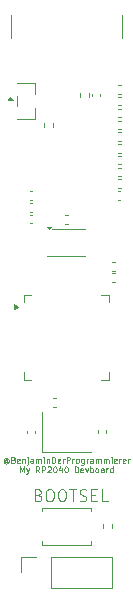
<source format=gbr>
%TF.GenerationSoftware,KiCad,Pcbnew,9.0.6*%
%TF.CreationDate,2025-11-29T15:25:02+01:00*%
%TF.ProjectId,rp2040-dev-board,72703230-3430-42d6-9465-762d626f6172,rev?*%
%TF.SameCoordinates,Original*%
%TF.FileFunction,Legend,Top*%
%TF.FilePolarity,Positive*%
%FSLAX46Y46*%
G04 Gerber Fmt 4.6, Leading zero omitted, Abs format (unit mm)*
G04 Created by KiCad (PCBNEW 9.0.6) date 2025-11-29 15:25:02*
%MOMM*%
%LPD*%
G01*
G04 APERTURE LIST*
%ADD10C,0.062500*%
%ADD11C,0.100000*%
%ADD12C,0.120000*%
G04 APERTURE END LIST*
D10*
X126011905Y-101392492D02*
X125988095Y-101368682D01*
X125988095Y-101368682D02*
X125940476Y-101344873D01*
X125940476Y-101344873D02*
X125892857Y-101344873D01*
X125892857Y-101344873D02*
X125845238Y-101368682D01*
X125845238Y-101368682D02*
X125821429Y-101392492D01*
X125821429Y-101392492D02*
X125797619Y-101440111D01*
X125797619Y-101440111D02*
X125797619Y-101487730D01*
X125797619Y-101487730D02*
X125821429Y-101535349D01*
X125821429Y-101535349D02*
X125845238Y-101559158D01*
X125845238Y-101559158D02*
X125892857Y-101582968D01*
X125892857Y-101582968D02*
X125940476Y-101582968D01*
X125940476Y-101582968D02*
X125988095Y-101559158D01*
X125988095Y-101559158D02*
X126011905Y-101535349D01*
X126011905Y-101344873D02*
X126011905Y-101535349D01*
X126011905Y-101535349D02*
X126035714Y-101559158D01*
X126035714Y-101559158D02*
X126059524Y-101559158D01*
X126059524Y-101559158D02*
X126107143Y-101535349D01*
X126107143Y-101535349D02*
X126130953Y-101487730D01*
X126130953Y-101487730D02*
X126130953Y-101368682D01*
X126130953Y-101368682D02*
X126083334Y-101297254D01*
X126083334Y-101297254D02*
X126011905Y-101249635D01*
X126011905Y-101249635D02*
X125916667Y-101225825D01*
X125916667Y-101225825D02*
X125821429Y-101249635D01*
X125821429Y-101249635D02*
X125750000Y-101297254D01*
X125750000Y-101297254D02*
X125702381Y-101368682D01*
X125702381Y-101368682D02*
X125678572Y-101463920D01*
X125678572Y-101463920D02*
X125702381Y-101559158D01*
X125702381Y-101559158D02*
X125750000Y-101630587D01*
X125750000Y-101630587D02*
X125821429Y-101678206D01*
X125821429Y-101678206D02*
X125916667Y-101702016D01*
X125916667Y-101702016D02*
X126011905Y-101678206D01*
X126011905Y-101678206D02*
X126083334Y-101630587D01*
X126511905Y-101368682D02*
X126583333Y-101392492D01*
X126583333Y-101392492D02*
X126607143Y-101416301D01*
X126607143Y-101416301D02*
X126630952Y-101463920D01*
X126630952Y-101463920D02*
X126630952Y-101535349D01*
X126630952Y-101535349D02*
X126607143Y-101582968D01*
X126607143Y-101582968D02*
X126583333Y-101606778D01*
X126583333Y-101606778D02*
X126535714Y-101630587D01*
X126535714Y-101630587D02*
X126345238Y-101630587D01*
X126345238Y-101630587D02*
X126345238Y-101130587D01*
X126345238Y-101130587D02*
X126511905Y-101130587D01*
X126511905Y-101130587D02*
X126559524Y-101154397D01*
X126559524Y-101154397D02*
X126583333Y-101178206D01*
X126583333Y-101178206D02*
X126607143Y-101225825D01*
X126607143Y-101225825D02*
X126607143Y-101273444D01*
X126607143Y-101273444D02*
X126583333Y-101321063D01*
X126583333Y-101321063D02*
X126559524Y-101344873D01*
X126559524Y-101344873D02*
X126511905Y-101368682D01*
X126511905Y-101368682D02*
X126345238Y-101368682D01*
X127035714Y-101606778D02*
X126988095Y-101630587D01*
X126988095Y-101630587D02*
X126892857Y-101630587D01*
X126892857Y-101630587D02*
X126845238Y-101606778D01*
X126845238Y-101606778D02*
X126821429Y-101559158D01*
X126821429Y-101559158D02*
X126821429Y-101368682D01*
X126821429Y-101368682D02*
X126845238Y-101321063D01*
X126845238Y-101321063D02*
X126892857Y-101297254D01*
X126892857Y-101297254D02*
X126988095Y-101297254D01*
X126988095Y-101297254D02*
X127035714Y-101321063D01*
X127035714Y-101321063D02*
X127059524Y-101368682D01*
X127059524Y-101368682D02*
X127059524Y-101416301D01*
X127059524Y-101416301D02*
X126821429Y-101463920D01*
X127273809Y-101297254D02*
X127273809Y-101630587D01*
X127273809Y-101344873D02*
X127297619Y-101321063D01*
X127297619Y-101321063D02*
X127345238Y-101297254D01*
X127345238Y-101297254D02*
X127416666Y-101297254D01*
X127416666Y-101297254D02*
X127464285Y-101321063D01*
X127464285Y-101321063D02*
X127488095Y-101368682D01*
X127488095Y-101368682D02*
X127488095Y-101630587D01*
X127726190Y-101297254D02*
X127726190Y-101725825D01*
X127726190Y-101725825D02*
X127702381Y-101773444D01*
X127702381Y-101773444D02*
X127654762Y-101797254D01*
X127654762Y-101797254D02*
X127630952Y-101797254D01*
X127726190Y-101130587D02*
X127702381Y-101154397D01*
X127702381Y-101154397D02*
X127726190Y-101178206D01*
X127726190Y-101178206D02*
X127750000Y-101154397D01*
X127750000Y-101154397D02*
X127726190Y-101130587D01*
X127726190Y-101130587D02*
X127726190Y-101178206D01*
X128178571Y-101630587D02*
X128178571Y-101368682D01*
X128178571Y-101368682D02*
X128154761Y-101321063D01*
X128154761Y-101321063D02*
X128107142Y-101297254D01*
X128107142Y-101297254D02*
X128011904Y-101297254D01*
X128011904Y-101297254D02*
X127964285Y-101321063D01*
X128178571Y-101606778D02*
X128130952Y-101630587D01*
X128130952Y-101630587D02*
X128011904Y-101630587D01*
X128011904Y-101630587D02*
X127964285Y-101606778D01*
X127964285Y-101606778D02*
X127940476Y-101559158D01*
X127940476Y-101559158D02*
X127940476Y-101511539D01*
X127940476Y-101511539D02*
X127964285Y-101463920D01*
X127964285Y-101463920D02*
X128011904Y-101440111D01*
X128011904Y-101440111D02*
X128130952Y-101440111D01*
X128130952Y-101440111D02*
X128178571Y-101416301D01*
X128416666Y-101630587D02*
X128416666Y-101297254D01*
X128416666Y-101344873D02*
X128440476Y-101321063D01*
X128440476Y-101321063D02*
X128488095Y-101297254D01*
X128488095Y-101297254D02*
X128559523Y-101297254D01*
X128559523Y-101297254D02*
X128607142Y-101321063D01*
X128607142Y-101321063D02*
X128630952Y-101368682D01*
X128630952Y-101368682D02*
X128630952Y-101630587D01*
X128630952Y-101368682D02*
X128654761Y-101321063D01*
X128654761Y-101321063D02*
X128702380Y-101297254D01*
X128702380Y-101297254D02*
X128773809Y-101297254D01*
X128773809Y-101297254D02*
X128821428Y-101321063D01*
X128821428Y-101321063D02*
X128845238Y-101368682D01*
X128845238Y-101368682D02*
X128845238Y-101630587D01*
X129083333Y-101630587D02*
X129083333Y-101297254D01*
X129083333Y-101130587D02*
X129059524Y-101154397D01*
X129059524Y-101154397D02*
X129083333Y-101178206D01*
X129083333Y-101178206D02*
X129107143Y-101154397D01*
X129107143Y-101154397D02*
X129083333Y-101130587D01*
X129083333Y-101130587D02*
X129083333Y-101178206D01*
X129321428Y-101297254D02*
X129321428Y-101630587D01*
X129321428Y-101344873D02*
X129345238Y-101321063D01*
X129345238Y-101321063D02*
X129392857Y-101297254D01*
X129392857Y-101297254D02*
X129464285Y-101297254D01*
X129464285Y-101297254D02*
X129511904Y-101321063D01*
X129511904Y-101321063D02*
X129535714Y-101368682D01*
X129535714Y-101368682D02*
X129535714Y-101630587D01*
X129773809Y-101630587D02*
X129773809Y-101130587D01*
X129773809Y-101130587D02*
X129892857Y-101130587D01*
X129892857Y-101130587D02*
X129964285Y-101154397D01*
X129964285Y-101154397D02*
X130011904Y-101202016D01*
X130011904Y-101202016D02*
X130035714Y-101249635D01*
X130035714Y-101249635D02*
X130059523Y-101344873D01*
X130059523Y-101344873D02*
X130059523Y-101416301D01*
X130059523Y-101416301D02*
X130035714Y-101511539D01*
X130035714Y-101511539D02*
X130011904Y-101559158D01*
X130011904Y-101559158D02*
X129964285Y-101606778D01*
X129964285Y-101606778D02*
X129892857Y-101630587D01*
X129892857Y-101630587D02*
X129773809Y-101630587D01*
X130464285Y-101606778D02*
X130416666Y-101630587D01*
X130416666Y-101630587D02*
X130321428Y-101630587D01*
X130321428Y-101630587D02*
X130273809Y-101606778D01*
X130273809Y-101606778D02*
X130250000Y-101559158D01*
X130250000Y-101559158D02*
X130250000Y-101368682D01*
X130250000Y-101368682D02*
X130273809Y-101321063D01*
X130273809Y-101321063D02*
X130321428Y-101297254D01*
X130321428Y-101297254D02*
X130416666Y-101297254D01*
X130416666Y-101297254D02*
X130464285Y-101321063D01*
X130464285Y-101321063D02*
X130488095Y-101368682D01*
X130488095Y-101368682D02*
X130488095Y-101416301D01*
X130488095Y-101416301D02*
X130250000Y-101463920D01*
X130702380Y-101630587D02*
X130702380Y-101297254D01*
X130702380Y-101392492D02*
X130726190Y-101344873D01*
X130726190Y-101344873D02*
X130749999Y-101321063D01*
X130749999Y-101321063D02*
X130797618Y-101297254D01*
X130797618Y-101297254D02*
X130845237Y-101297254D01*
X131011904Y-101630587D02*
X131011904Y-101130587D01*
X131011904Y-101130587D02*
X131202380Y-101130587D01*
X131202380Y-101130587D02*
X131249999Y-101154397D01*
X131249999Y-101154397D02*
X131273809Y-101178206D01*
X131273809Y-101178206D02*
X131297618Y-101225825D01*
X131297618Y-101225825D02*
X131297618Y-101297254D01*
X131297618Y-101297254D02*
X131273809Y-101344873D01*
X131273809Y-101344873D02*
X131249999Y-101368682D01*
X131249999Y-101368682D02*
X131202380Y-101392492D01*
X131202380Y-101392492D02*
X131011904Y-101392492D01*
X131511904Y-101630587D02*
X131511904Y-101297254D01*
X131511904Y-101392492D02*
X131535714Y-101344873D01*
X131535714Y-101344873D02*
X131559523Y-101321063D01*
X131559523Y-101321063D02*
X131607142Y-101297254D01*
X131607142Y-101297254D02*
X131654761Y-101297254D01*
X131892857Y-101630587D02*
X131845238Y-101606778D01*
X131845238Y-101606778D02*
X131821428Y-101582968D01*
X131821428Y-101582968D02*
X131797619Y-101535349D01*
X131797619Y-101535349D02*
X131797619Y-101392492D01*
X131797619Y-101392492D02*
X131821428Y-101344873D01*
X131821428Y-101344873D02*
X131845238Y-101321063D01*
X131845238Y-101321063D02*
X131892857Y-101297254D01*
X131892857Y-101297254D02*
X131964285Y-101297254D01*
X131964285Y-101297254D02*
X132011904Y-101321063D01*
X132011904Y-101321063D02*
X132035714Y-101344873D01*
X132035714Y-101344873D02*
X132059523Y-101392492D01*
X132059523Y-101392492D02*
X132059523Y-101535349D01*
X132059523Y-101535349D02*
X132035714Y-101582968D01*
X132035714Y-101582968D02*
X132011904Y-101606778D01*
X132011904Y-101606778D02*
X131964285Y-101630587D01*
X131964285Y-101630587D02*
X131892857Y-101630587D01*
X132488095Y-101297254D02*
X132488095Y-101702016D01*
X132488095Y-101702016D02*
X132464285Y-101749635D01*
X132464285Y-101749635D02*
X132440476Y-101773444D01*
X132440476Y-101773444D02*
X132392857Y-101797254D01*
X132392857Y-101797254D02*
X132321428Y-101797254D01*
X132321428Y-101797254D02*
X132273809Y-101773444D01*
X132488095Y-101606778D02*
X132440476Y-101630587D01*
X132440476Y-101630587D02*
X132345238Y-101630587D01*
X132345238Y-101630587D02*
X132297619Y-101606778D01*
X132297619Y-101606778D02*
X132273809Y-101582968D01*
X132273809Y-101582968D02*
X132250000Y-101535349D01*
X132250000Y-101535349D02*
X132250000Y-101392492D01*
X132250000Y-101392492D02*
X132273809Y-101344873D01*
X132273809Y-101344873D02*
X132297619Y-101321063D01*
X132297619Y-101321063D02*
X132345238Y-101297254D01*
X132345238Y-101297254D02*
X132440476Y-101297254D01*
X132440476Y-101297254D02*
X132488095Y-101321063D01*
X132726190Y-101630587D02*
X132726190Y-101297254D01*
X132726190Y-101392492D02*
X132750000Y-101344873D01*
X132750000Y-101344873D02*
X132773809Y-101321063D01*
X132773809Y-101321063D02*
X132821428Y-101297254D01*
X132821428Y-101297254D02*
X132869047Y-101297254D01*
X133250000Y-101630587D02*
X133250000Y-101368682D01*
X133250000Y-101368682D02*
X133226190Y-101321063D01*
X133226190Y-101321063D02*
X133178571Y-101297254D01*
X133178571Y-101297254D02*
X133083333Y-101297254D01*
X133083333Y-101297254D02*
X133035714Y-101321063D01*
X133250000Y-101606778D02*
X133202381Y-101630587D01*
X133202381Y-101630587D02*
X133083333Y-101630587D01*
X133083333Y-101630587D02*
X133035714Y-101606778D01*
X133035714Y-101606778D02*
X133011905Y-101559158D01*
X133011905Y-101559158D02*
X133011905Y-101511539D01*
X133011905Y-101511539D02*
X133035714Y-101463920D01*
X133035714Y-101463920D02*
X133083333Y-101440111D01*
X133083333Y-101440111D02*
X133202381Y-101440111D01*
X133202381Y-101440111D02*
X133250000Y-101416301D01*
X133488095Y-101630587D02*
X133488095Y-101297254D01*
X133488095Y-101344873D02*
X133511905Y-101321063D01*
X133511905Y-101321063D02*
X133559524Y-101297254D01*
X133559524Y-101297254D02*
X133630952Y-101297254D01*
X133630952Y-101297254D02*
X133678571Y-101321063D01*
X133678571Y-101321063D02*
X133702381Y-101368682D01*
X133702381Y-101368682D02*
X133702381Y-101630587D01*
X133702381Y-101368682D02*
X133726190Y-101321063D01*
X133726190Y-101321063D02*
X133773809Y-101297254D01*
X133773809Y-101297254D02*
X133845238Y-101297254D01*
X133845238Y-101297254D02*
X133892857Y-101321063D01*
X133892857Y-101321063D02*
X133916667Y-101368682D01*
X133916667Y-101368682D02*
X133916667Y-101630587D01*
X134154762Y-101630587D02*
X134154762Y-101297254D01*
X134154762Y-101344873D02*
X134178572Y-101321063D01*
X134178572Y-101321063D02*
X134226191Y-101297254D01*
X134226191Y-101297254D02*
X134297619Y-101297254D01*
X134297619Y-101297254D02*
X134345238Y-101321063D01*
X134345238Y-101321063D02*
X134369048Y-101368682D01*
X134369048Y-101368682D02*
X134369048Y-101630587D01*
X134369048Y-101368682D02*
X134392857Y-101321063D01*
X134392857Y-101321063D02*
X134440476Y-101297254D01*
X134440476Y-101297254D02*
X134511905Y-101297254D01*
X134511905Y-101297254D02*
X134559524Y-101321063D01*
X134559524Y-101321063D02*
X134583334Y-101368682D01*
X134583334Y-101368682D02*
X134583334Y-101630587D01*
X134821429Y-101630587D02*
X134821429Y-101297254D01*
X134821429Y-101130587D02*
X134797620Y-101154397D01*
X134797620Y-101154397D02*
X134821429Y-101178206D01*
X134821429Y-101178206D02*
X134845239Y-101154397D01*
X134845239Y-101154397D02*
X134821429Y-101130587D01*
X134821429Y-101130587D02*
X134821429Y-101178206D01*
X135250000Y-101606778D02*
X135202381Y-101630587D01*
X135202381Y-101630587D02*
X135107143Y-101630587D01*
X135107143Y-101630587D02*
X135059524Y-101606778D01*
X135059524Y-101606778D02*
X135035715Y-101559158D01*
X135035715Y-101559158D02*
X135035715Y-101368682D01*
X135035715Y-101368682D02*
X135059524Y-101321063D01*
X135059524Y-101321063D02*
X135107143Y-101297254D01*
X135107143Y-101297254D02*
X135202381Y-101297254D01*
X135202381Y-101297254D02*
X135250000Y-101321063D01*
X135250000Y-101321063D02*
X135273810Y-101368682D01*
X135273810Y-101368682D02*
X135273810Y-101416301D01*
X135273810Y-101416301D02*
X135035715Y-101463920D01*
X135488095Y-101630587D02*
X135488095Y-101297254D01*
X135488095Y-101392492D02*
X135511905Y-101344873D01*
X135511905Y-101344873D02*
X135535714Y-101321063D01*
X135535714Y-101321063D02*
X135583333Y-101297254D01*
X135583333Y-101297254D02*
X135630952Y-101297254D01*
X135988095Y-101606778D02*
X135940476Y-101630587D01*
X135940476Y-101630587D02*
X135845238Y-101630587D01*
X135845238Y-101630587D02*
X135797619Y-101606778D01*
X135797619Y-101606778D02*
X135773810Y-101559158D01*
X135773810Y-101559158D02*
X135773810Y-101368682D01*
X135773810Y-101368682D02*
X135797619Y-101321063D01*
X135797619Y-101321063D02*
X135845238Y-101297254D01*
X135845238Y-101297254D02*
X135940476Y-101297254D01*
X135940476Y-101297254D02*
X135988095Y-101321063D01*
X135988095Y-101321063D02*
X136011905Y-101368682D01*
X136011905Y-101368682D02*
X136011905Y-101416301D01*
X136011905Y-101416301D02*
X135773810Y-101463920D01*
X136226190Y-101630587D02*
X136226190Y-101297254D01*
X136226190Y-101392492D02*
X136250000Y-101344873D01*
X136250000Y-101344873D02*
X136273809Y-101321063D01*
X136273809Y-101321063D02*
X136321428Y-101297254D01*
X136321428Y-101297254D02*
X136369047Y-101297254D01*
X127095239Y-102435559D02*
X127095239Y-101935559D01*
X127095239Y-101935559D02*
X127261906Y-102292702D01*
X127261906Y-102292702D02*
X127428572Y-101935559D01*
X127428572Y-101935559D02*
X127428572Y-102435559D01*
X127619049Y-102102226D02*
X127738097Y-102435559D01*
X127857144Y-102102226D02*
X127738097Y-102435559D01*
X127738097Y-102435559D02*
X127690478Y-102554607D01*
X127690478Y-102554607D02*
X127666668Y-102578416D01*
X127666668Y-102578416D02*
X127619049Y-102602226D01*
X128714286Y-102435559D02*
X128547620Y-102197464D01*
X128428572Y-102435559D02*
X128428572Y-101935559D01*
X128428572Y-101935559D02*
X128619048Y-101935559D01*
X128619048Y-101935559D02*
X128666667Y-101959369D01*
X128666667Y-101959369D02*
X128690477Y-101983178D01*
X128690477Y-101983178D02*
X128714286Y-102030797D01*
X128714286Y-102030797D02*
X128714286Y-102102226D01*
X128714286Y-102102226D02*
X128690477Y-102149845D01*
X128690477Y-102149845D02*
X128666667Y-102173654D01*
X128666667Y-102173654D02*
X128619048Y-102197464D01*
X128619048Y-102197464D02*
X128428572Y-102197464D01*
X128928572Y-102435559D02*
X128928572Y-101935559D01*
X128928572Y-101935559D02*
X129119048Y-101935559D01*
X129119048Y-101935559D02*
X129166667Y-101959369D01*
X129166667Y-101959369D02*
X129190477Y-101983178D01*
X129190477Y-101983178D02*
X129214286Y-102030797D01*
X129214286Y-102030797D02*
X129214286Y-102102226D01*
X129214286Y-102102226D02*
X129190477Y-102149845D01*
X129190477Y-102149845D02*
X129166667Y-102173654D01*
X129166667Y-102173654D02*
X129119048Y-102197464D01*
X129119048Y-102197464D02*
X128928572Y-102197464D01*
X129404763Y-101983178D02*
X129428572Y-101959369D01*
X129428572Y-101959369D02*
X129476191Y-101935559D01*
X129476191Y-101935559D02*
X129595239Y-101935559D01*
X129595239Y-101935559D02*
X129642858Y-101959369D01*
X129642858Y-101959369D02*
X129666667Y-101983178D01*
X129666667Y-101983178D02*
X129690477Y-102030797D01*
X129690477Y-102030797D02*
X129690477Y-102078416D01*
X129690477Y-102078416D02*
X129666667Y-102149845D01*
X129666667Y-102149845D02*
X129380953Y-102435559D01*
X129380953Y-102435559D02*
X129690477Y-102435559D01*
X130000000Y-101935559D02*
X130047619Y-101935559D01*
X130047619Y-101935559D02*
X130095238Y-101959369D01*
X130095238Y-101959369D02*
X130119048Y-101983178D01*
X130119048Y-101983178D02*
X130142857Y-102030797D01*
X130142857Y-102030797D02*
X130166667Y-102126035D01*
X130166667Y-102126035D02*
X130166667Y-102245083D01*
X130166667Y-102245083D02*
X130142857Y-102340321D01*
X130142857Y-102340321D02*
X130119048Y-102387940D01*
X130119048Y-102387940D02*
X130095238Y-102411750D01*
X130095238Y-102411750D02*
X130047619Y-102435559D01*
X130047619Y-102435559D02*
X130000000Y-102435559D01*
X130000000Y-102435559D02*
X129952381Y-102411750D01*
X129952381Y-102411750D02*
X129928572Y-102387940D01*
X129928572Y-102387940D02*
X129904762Y-102340321D01*
X129904762Y-102340321D02*
X129880953Y-102245083D01*
X129880953Y-102245083D02*
X129880953Y-102126035D01*
X129880953Y-102126035D02*
X129904762Y-102030797D01*
X129904762Y-102030797D02*
X129928572Y-101983178D01*
X129928572Y-101983178D02*
X129952381Y-101959369D01*
X129952381Y-101959369D02*
X130000000Y-101935559D01*
X130595238Y-102102226D02*
X130595238Y-102435559D01*
X130476190Y-101911750D02*
X130357143Y-102268892D01*
X130357143Y-102268892D02*
X130666666Y-102268892D01*
X130952380Y-101935559D02*
X130999999Y-101935559D01*
X130999999Y-101935559D02*
X131047618Y-101959369D01*
X131047618Y-101959369D02*
X131071428Y-101983178D01*
X131071428Y-101983178D02*
X131095237Y-102030797D01*
X131095237Y-102030797D02*
X131119047Y-102126035D01*
X131119047Y-102126035D02*
X131119047Y-102245083D01*
X131119047Y-102245083D02*
X131095237Y-102340321D01*
X131095237Y-102340321D02*
X131071428Y-102387940D01*
X131071428Y-102387940D02*
X131047618Y-102411750D01*
X131047618Y-102411750D02*
X130999999Y-102435559D01*
X130999999Y-102435559D02*
X130952380Y-102435559D01*
X130952380Y-102435559D02*
X130904761Y-102411750D01*
X130904761Y-102411750D02*
X130880952Y-102387940D01*
X130880952Y-102387940D02*
X130857142Y-102340321D01*
X130857142Y-102340321D02*
X130833333Y-102245083D01*
X130833333Y-102245083D02*
X130833333Y-102126035D01*
X130833333Y-102126035D02*
X130857142Y-102030797D01*
X130857142Y-102030797D02*
X130880952Y-101983178D01*
X130880952Y-101983178D02*
X130904761Y-101959369D01*
X130904761Y-101959369D02*
X130952380Y-101935559D01*
X131714284Y-102435559D02*
X131714284Y-101935559D01*
X131714284Y-101935559D02*
X131833332Y-101935559D01*
X131833332Y-101935559D02*
X131904760Y-101959369D01*
X131904760Y-101959369D02*
X131952379Y-102006988D01*
X131952379Y-102006988D02*
X131976189Y-102054607D01*
X131976189Y-102054607D02*
X131999998Y-102149845D01*
X131999998Y-102149845D02*
X131999998Y-102221273D01*
X131999998Y-102221273D02*
X131976189Y-102316511D01*
X131976189Y-102316511D02*
X131952379Y-102364130D01*
X131952379Y-102364130D02*
X131904760Y-102411750D01*
X131904760Y-102411750D02*
X131833332Y-102435559D01*
X131833332Y-102435559D02*
X131714284Y-102435559D01*
X132404760Y-102411750D02*
X132357141Y-102435559D01*
X132357141Y-102435559D02*
X132261903Y-102435559D01*
X132261903Y-102435559D02*
X132214284Y-102411750D01*
X132214284Y-102411750D02*
X132190475Y-102364130D01*
X132190475Y-102364130D02*
X132190475Y-102173654D01*
X132190475Y-102173654D02*
X132214284Y-102126035D01*
X132214284Y-102126035D02*
X132261903Y-102102226D01*
X132261903Y-102102226D02*
X132357141Y-102102226D01*
X132357141Y-102102226D02*
X132404760Y-102126035D01*
X132404760Y-102126035D02*
X132428570Y-102173654D01*
X132428570Y-102173654D02*
X132428570Y-102221273D01*
X132428570Y-102221273D02*
X132190475Y-102268892D01*
X132595236Y-102102226D02*
X132714284Y-102435559D01*
X132714284Y-102435559D02*
X132833331Y-102102226D01*
X133023807Y-102435559D02*
X133023807Y-101935559D01*
X133023807Y-102126035D02*
X133071426Y-102102226D01*
X133071426Y-102102226D02*
X133166664Y-102102226D01*
X133166664Y-102102226D02*
X133214283Y-102126035D01*
X133214283Y-102126035D02*
X133238093Y-102149845D01*
X133238093Y-102149845D02*
X133261902Y-102197464D01*
X133261902Y-102197464D02*
X133261902Y-102340321D01*
X133261902Y-102340321D02*
X133238093Y-102387940D01*
X133238093Y-102387940D02*
X133214283Y-102411750D01*
X133214283Y-102411750D02*
X133166664Y-102435559D01*
X133166664Y-102435559D02*
X133071426Y-102435559D01*
X133071426Y-102435559D02*
X133023807Y-102411750D01*
X133547617Y-102435559D02*
X133499998Y-102411750D01*
X133499998Y-102411750D02*
X133476188Y-102387940D01*
X133476188Y-102387940D02*
X133452379Y-102340321D01*
X133452379Y-102340321D02*
X133452379Y-102197464D01*
X133452379Y-102197464D02*
X133476188Y-102149845D01*
X133476188Y-102149845D02*
X133499998Y-102126035D01*
X133499998Y-102126035D02*
X133547617Y-102102226D01*
X133547617Y-102102226D02*
X133619045Y-102102226D01*
X133619045Y-102102226D02*
X133666664Y-102126035D01*
X133666664Y-102126035D02*
X133690474Y-102149845D01*
X133690474Y-102149845D02*
X133714283Y-102197464D01*
X133714283Y-102197464D02*
X133714283Y-102340321D01*
X133714283Y-102340321D02*
X133690474Y-102387940D01*
X133690474Y-102387940D02*
X133666664Y-102411750D01*
X133666664Y-102411750D02*
X133619045Y-102435559D01*
X133619045Y-102435559D02*
X133547617Y-102435559D01*
X134142855Y-102435559D02*
X134142855Y-102173654D01*
X134142855Y-102173654D02*
X134119045Y-102126035D01*
X134119045Y-102126035D02*
X134071426Y-102102226D01*
X134071426Y-102102226D02*
X133976188Y-102102226D01*
X133976188Y-102102226D02*
X133928569Y-102126035D01*
X134142855Y-102411750D02*
X134095236Y-102435559D01*
X134095236Y-102435559D02*
X133976188Y-102435559D01*
X133976188Y-102435559D02*
X133928569Y-102411750D01*
X133928569Y-102411750D02*
X133904760Y-102364130D01*
X133904760Y-102364130D02*
X133904760Y-102316511D01*
X133904760Y-102316511D02*
X133928569Y-102268892D01*
X133928569Y-102268892D02*
X133976188Y-102245083D01*
X133976188Y-102245083D02*
X134095236Y-102245083D01*
X134095236Y-102245083D02*
X134142855Y-102221273D01*
X134380950Y-102435559D02*
X134380950Y-102102226D01*
X134380950Y-102197464D02*
X134404760Y-102149845D01*
X134404760Y-102149845D02*
X134428569Y-102126035D01*
X134428569Y-102126035D02*
X134476188Y-102102226D01*
X134476188Y-102102226D02*
X134523807Y-102102226D01*
X134904760Y-102435559D02*
X134904760Y-101935559D01*
X134904760Y-102411750D02*
X134857141Y-102435559D01*
X134857141Y-102435559D02*
X134761903Y-102435559D01*
X134761903Y-102435559D02*
X134714284Y-102411750D01*
X134714284Y-102411750D02*
X134690474Y-102387940D01*
X134690474Y-102387940D02*
X134666665Y-102340321D01*
X134666665Y-102340321D02*
X134666665Y-102197464D01*
X134666665Y-102197464D02*
X134690474Y-102149845D01*
X134690474Y-102149845D02*
X134714284Y-102126035D01*
X134714284Y-102126035D02*
X134761903Y-102102226D01*
X134761903Y-102102226D02*
X134857141Y-102102226D01*
X134857141Y-102102226D02*
X134904760Y-102126035D01*
D11*
X128637217Y-104348609D02*
X128780074Y-104396228D01*
X128780074Y-104396228D02*
X128827693Y-104443847D01*
X128827693Y-104443847D02*
X128875312Y-104539085D01*
X128875312Y-104539085D02*
X128875312Y-104681942D01*
X128875312Y-104681942D02*
X128827693Y-104777180D01*
X128827693Y-104777180D02*
X128780074Y-104824800D01*
X128780074Y-104824800D02*
X128684836Y-104872419D01*
X128684836Y-104872419D02*
X128303884Y-104872419D01*
X128303884Y-104872419D02*
X128303884Y-103872419D01*
X128303884Y-103872419D02*
X128637217Y-103872419D01*
X128637217Y-103872419D02*
X128732455Y-103920038D01*
X128732455Y-103920038D02*
X128780074Y-103967657D01*
X128780074Y-103967657D02*
X128827693Y-104062895D01*
X128827693Y-104062895D02*
X128827693Y-104158133D01*
X128827693Y-104158133D02*
X128780074Y-104253371D01*
X128780074Y-104253371D02*
X128732455Y-104300990D01*
X128732455Y-104300990D02*
X128637217Y-104348609D01*
X128637217Y-104348609D02*
X128303884Y-104348609D01*
X129494360Y-103872419D02*
X129684836Y-103872419D01*
X129684836Y-103872419D02*
X129780074Y-103920038D01*
X129780074Y-103920038D02*
X129875312Y-104015276D01*
X129875312Y-104015276D02*
X129922931Y-104205752D01*
X129922931Y-104205752D02*
X129922931Y-104539085D01*
X129922931Y-104539085D02*
X129875312Y-104729561D01*
X129875312Y-104729561D02*
X129780074Y-104824800D01*
X129780074Y-104824800D02*
X129684836Y-104872419D01*
X129684836Y-104872419D02*
X129494360Y-104872419D01*
X129494360Y-104872419D02*
X129399122Y-104824800D01*
X129399122Y-104824800D02*
X129303884Y-104729561D01*
X129303884Y-104729561D02*
X129256265Y-104539085D01*
X129256265Y-104539085D02*
X129256265Y-104205752D01*
X129256265Y-104205752D02*
X129303884Y-104015276D01*
X129303884Y-104015276D02*
X129399122Y-103920038D01*
X129399122Y-103920038D02*
X129494360Y-103872419D01*
X130541979Y-103872419D02*
X130732455Y-103872419D01*
X130732455Y-103872419D02*
X130827693Y-103920038D01*
X130827693Y-103920038D02*
X130922931Y-104015276D01*
X130922931Y-104015276D02*
X130970550Y-104205752D01*
X130970550Y-104205752D02*
X130970550Y-104539085D01*
X130970550Y-104539085D02*
X130922931Y-104729561D01*
X130922931Y-104729561D02*
X130827693Y-104824800D01*
X130827693Y-104824800D02*
X130732455Y-104872419D01*
X130732455Y-104872419D02*
X130541979Y-104872419D01*
X130541979Y-104872419D02*
X130446741Y-104824800D01*
X130446741Y-104824800D02*
X130351503Y-104729561D01*
X130351503Y-104729561D02*
X130303884Y-104539085D01*
X130303884Y-104539085D02*
X130303884Y-104205752D01*
X130303884Y-104205752D02*
X130351503Y-104015276D01*
X130351503Y-104015276D02*
X130446741Y-103920038D01*
X130446741Y-103920038D02*
X130541979Y-103872419D01*
X131256265Y-103872419D02*
X131827693Y-103872419D01*
X131541979Y-104872419D02*
X131541979Y-103872419D01*
X132113408Y-104824800D02*
X132256265Y-104872419D01*
X132256265Y-104872419D02*
X132494360Y-104872419D01*
X132494360Y-104872419D02*
X132589598Y-104824800D01*
X132589598Y-104824800D02*
X132637217Y-104777180D01*
X132637217Y-104777180D02*
X132684836Y-104681942D01*
X132684836Y-104681942D02*
X132684836Y-104586704D01*
X132684836Y-104586704D02*
X132637217Y-104491466D01*
X132637217Y-104491466D02*
X132589598Y-104443847D01*
X132589598Y-104443847D02*
X132494360Y-104396228D01*
X132494360Y-104396228D02*
X132303884Y-104348609D01*
X132303884Y-104348609D02*
X132208646Y-104300990D01*
X132208646Y-104300990D02*
X132161027Y-104253371D01*
X132161027Y-104253371D02*
X132113408Y-104158133D01*
X132113408Y-104158133D02*
X132113408Y-104062895D01*
X132113408Y-104062895D02*
X132161027Y-103967657D01*
X132161027Y-103967657D02*
X132208646Y-103920038D01*
X132208646Y-103920038D02*
X132303884Y-103872419D01*
X132303884Y-103872419D02*
X132541979Y-103872419D01*
X132541979Y-103872419D02*
X132684836Y-103920038D01*
X133113408Y-104348609D02*
X133446741Y-104348609D01*
X133589598Y-104872419D02*
X133113408Y-104872419D01*
X133113408Y-104872419D02*
X133113408Y-103872419D01*
X133113408Y-103872419D02*
X133589598Y-103872419D01*
X134494360Y-104872419D02*
X134018170Y-104872419D01*
X134018170Y-104872419D02*
X134018170Y-103872419D01*
D12*
%TO.C,J1*%
X126300000Y-65700000D02*
X126300000Y-63700000D01*
X135700000Y-65700000D02*
X135700000Y-63700000D01*
%TO.C,R4*%
X135153641Y-85590000D02*
X134846359Y-85590000D01*
X135153641Y-86350000D02*
X134846359Y-86350000D01*
%TO.C,C14*%
X135587836Y-69640000D02*
X135372164Y-69640000D01*
X135587836Y-70360000D02*
X135372164Y-70360000D01*
%TO.C,C1*%
X135587836Y-73640000D02*
X135372164Y-73640000D01*
X135587836Y-74360000D02*
X135372164Y-74360000D01*
%TO.C,J4*%
X127130000Y-109560000D02*
X128460000Y-109560000D01*
X127130000Y-110890000D02*
X127130000Y-109560000D01*
X129730000Y-109560000D02*
X134870000Y-109560000D01*
X129730000Y-112220000D02*
X129730000Y-109560000D01*
X129730000Y-112220000D02*
X134870000Y-112220000D01*
X134870000Y-112220000D02*
X134870000Y-109560000D01*
%TO.C,R1*%
X132120000Y-70653641D02*
X132120000Y-70346359D01*
X132880000Y-70653641D02*
X132880000Y-70346359D01*
%TO.C,R7*%
X134120000Y-107153641D02*
X134120000Y-106846359D01*
X134880000Y-107153641D02*
X134880000Y-106846359D01*
%TO.C,C5*%
X135587836Y-76640000D02*
X135372164Y-76640000D01*
X135587836Y-77360000D02*
X135372164Y-77360000D01*
%TO.C,C13*%
X133140000Y-70392164D02*
X133140000Y-70607836D01*
X133860000Y-70392164D02*
X133860000Y-70607836D01*
%TO.C,U2*%
X126802500Y-69440000D02*
X128322500Y-69440000D01*
X126802500Y-69490000D02*
X126802500Y-69440000D01*
X126802500Y-71390000D02*
X126802500Y-70610000D01*
X126802500Y-72560000D02*
X126802500Y-72510000D01*
X128322500Y-69440000D02*
X128322500Y-70440000D01*
X128322500Y-71560000D02*
X128322500Y-72560000D01*
X128322500Y-72560000D02*
X126802500Y-72560000D01*
X126502500Y-70950000D02*
X126022500Y-70950000D01*
X126262500Y-70620000D01*
X126502500Y-70950000D01*
G36*
X126502500Y-70950000D02*
G01*
X126022500Y-70950000D01*
X126262500Y-70620000D01*
X126502500Y-70950000D01*
G37*
%TO.C,C4*%
X135587836Y-70640000D02*
X135372164Y-70640000D01*
X135587836Y-71360000D02*
X135372164Y-71360000D01*
%TO.C,U3*%
X129814432Y-81865000D02*
X132610000Y-81865000D01*
X132610000Y-84135000D02*
X129390000Y-84135000D01*
X129520000Y-81860000D02*
X129380000Y-81670000D01*
X129660000Y-81670000D01*
X129520000Y-81860000D01*
G36*
X129520000Y-81860000D02*
G01*
X129380000Y-81670000D01*
X129660000Y-81670000D01*
X129520000Y-81860000D01*
G37*
%TO.C,R6*%
X131153641Y-80620000D02*
X130846359Y-80620000D01*
X131153641Y-81380000D02*
X130846359Y-81380000D01*
%TO.C,R3*%
X135153641Y-84590000D02*
X134846359Y-84590000D01*
X135153641Y-85350000D02*
X134846359Y-85350000D01*
%TO.C,R5*%
X129846359Y-96120000D02*
X130153641Y-96120000D01*
X129846359Y-96880000D02*
X130153641Y-96880000D01*
%TO.C,C2*%
X135587836Y-72670000D02*
X135372164Y-72670000D01*
X135587836Y-73390000D02*
X135372164Y-73390000D01*
%TO.C,C9*%
X135567836Y-78640000D02*
X135352164Y-78640000D01*
X135567836Y-79360000D02*
X135352164Y-79360000D01*
%TO.C,C6*%
X135587836Y-75640000D02*
X135372164Y-75640000D01*
X135587836Y-76360000D02*
X135372164Y-76360000D01*
%TO.C,C12*%
X128107836Y-78640000D02*
X127892164Y-78640000D01*
X128107836Y-79360000D02*
X127892164Y-79360000D01*
%TO.C,U1*%
X127390000Y-87390000D02*
X128040000Y-87390000D01*
X127390000Y-88040000D02*
X127390000Y-87390000D01*
X127390000Y-94610000D02*
X127390000Y-93960000D01*
X128040000Y-94610000D02*
X127390000Y-94610000D01*
X133960000Y-87390000D02*
X134610000Y-87390000D01*
X134610000Y-87390000D02*
X134610000Y-88040000D01*
X134610000Y-93960000D02*
X134610000Y-94610000D01*
X134610000Y-94610000D02*
X133960000Y-94610000D01*
X126860000Y-88400000D02*
X126530000Y-88640000D01*
X126530000Y-88160000D01*
X126860000Y-88400000D01*
G36*
X126860000Y-88400000D02*
G01*
X126530000Y-88640000D01*
X126530000Y-88160000D01*
X126860000Y-88400000D01*
G37*
%TO.C,C7*%
X135587836Y-74640000D02*
X135372164Y-74640000D01*
X135587836Y-75360000D02*
X135372164Y-75360000D01*
%TO.C,R2*%
X129120000Y-72846359D02*
X129120000Y-73153641D01*
X129880000Y-72846359D02*
X129880000Y-73153641D01*
%TO.C,C8*%
X135587836Y-77640000D02*
X135372164Y-77640000D01*
X135587836Y-78360000D02*
X135372164Y-78360000D01*
%TO.C,C16*%
X127640000Y-99107836D02*
X127640000Y-98892164D01*
X128360000Y-99107836D02*
X128360000Y-98892164D01*
%TO.C,Y1*%
X128940000Y-97290000D02*
X128940000Y-100710000D01*
X128940000Y-100710000D02*
X133060000Y-100710000D01*
%TO.C,SW1*%
X128930000Y-105430000D02*
X133070000Y-105430000D01*
X128930000Y-105730000D02*
X128930000Y-105430000D01*
X128930000Y-108570000D02*
X128930000Y-108270000D01*
X133070000Y-105430000D02*
X133070000Y-105730000D01*
X133070000Y-108270000D02*
X133070000Y-108570000D01*
X133070000Y-108570000D02*
X128930000Y-108570000D01*
%TO.C,C3*%
X135587836Y-71640000D02*
X135372164Y-71640000D01*
X135587836Y-72360000D02*
X135372164Y-72360000D01*
%TO.C,C10*%
X128107836Y-80640000D02*
X127892164Y-80640000D01*
X128107836Y-81360000D02*
X127892164Y-81360000D01*
%TO.C,C11*%
X128107836Y-79640000D02*
X127892164Y-79640000D01*
X128107836Y-80360000D02*
X127892164Y-80360000D01*
%TO.C,C15*%
X133640000Y-99087836D02*
X133640000Y-98872164D01*
X134360000Y-99087836D02*
X134360000Y-98872164D01*
%TD*%
M02*

</source>
